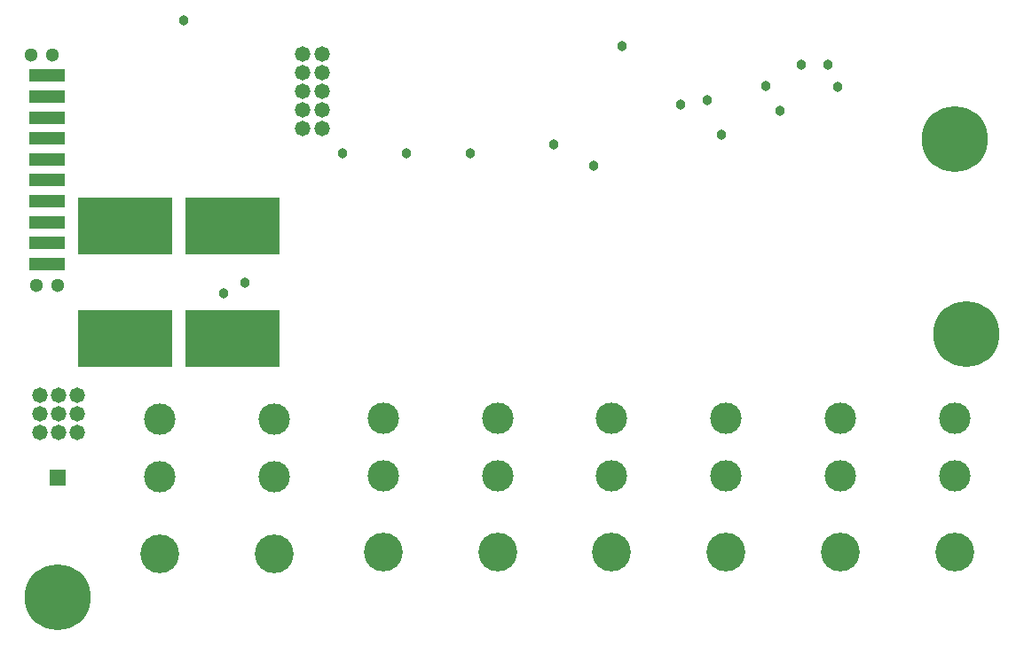
<source format=gbr>
%TF.GenerationSoftware,Altium Limited,Altium Designer,23.2.1 (34)*%
G04 Layer_Color=16711935*
%FSLAX45Y45*%
%MOMM*%
%TF.SameCoordinates,E9D2124A-86AF-48F7-823B-9A8D6BDBC947*%
%TF.FilePolarity,Negative*%
%TF.FileFunction,Soldermask,Bot*%
%TF.Part,Single*%
G01*
G75*
%TA.AperFunction,ComponentPad*%
%ADD32R,1.57000X1.57000*%
%ADD36C,1.30000*%
%TA.AperFunction,SMDPad,CuDef*%
%ADD40R,3.50000X1.30000*%
%TA.AperFunction,ComponentPad*%
%ADD56C,6.30320*%
%ADD57C,3.00320*%
%ADD58C,3.70320*%
%TA.AperFunction,ViaPad*%
%ADD59C,0.96520*%
%ADD60C,1.47320*%
%TA.AperFunction,SMDPad,CuDef*%
%ADD61R,8.95320X5.40320*%
D32*
X3291600Y4241800D02*
D03*
D36*
X3289300Y6083300D02*
D03*
X3089300D02*
D03*
X3239300Y8283300D02*
D03*
X3039300D02*
D03*
D40*
X3189300Y6283300D02*
D03*
Y6483300D02*
D03*
Y6683300D02*
D03*
Y6883300D02*
D03*
Y7083300D02*
D03*
Y7283300D02*
D03*
Y7483300D02*
D03*
Y7683300D02*
D03*
Y7883300D02*
D03*
Y8083300D02*
D03*
D56*
X11850700Y7476900D02*
D03*
X11965000Y5610000D02*
D03*
X3290900Y3095400D02*
D03*
D57*
X10756900Y4257028D02*
D03*
Y4807028D02*
D03*
X11849100Y4257028D02*
D03*
Y4807028D02*
D03*
X8572500Y4257028D02*
D03*
Y4807028D02*
D03*
X9664700Y4257028D02*
D03*
Y4807028D02*
D03*
X6400800Y4257028D02*
D03*
Y4807028D02*
D03*
X7493000Y4257028D02*
D03*
Y4807028D02*
D03*
X4267200Y4247900D02*
D03*
Y4797900D02*
D03*
X5359400Y4247900D02*
D03*
Y4797900D02*
D03*
D58*
X10756900Y3527028D02*
D03*
X11849100D02*
D03*
X8572500D02*
D03*
X9664700D02*
D03*
X6400800D02*
D03*
X7493000D02*
D03*
X4267200Y3517900D02*
D03*
X5359400D02*
D03*
D59*
X10388600Y8191500D02*
D03*
X5080000Y6108700D02*
D03*
X4876800Y6007100D02*
D03*
X4495800Y8610600D02*
D03*
X10045700Y7988300D02*
D03*
X9232900Y7810500D02*
D03*
X9486900Y7848600D02*
D03*
X10185400Y7747000D02*
D03*
X8407400Y7226300D02*
D03*
X6007100Y7340600D02*
D03*
X6616700D02*
D03*
X7226300D02*
D03*
X10642600Y8191500D02*
D03*
X9626600Y7518400D02*
D03*
X10731500Y7975600D02*
D03*
X8674100Y8369300D02*
D03*
X8026400Y7429500D02*
D03*
D60*
X3479800Y5029200D02*
D03*
X3302000D02*
D03*
X3124200D02*
D03*
Y4673600D02*
D03*
Y4851400D02*
D03*
X3302000D02*
D03*
Y4673600D02*
D03*
X3479800D02*
D03*
Y4851400D02*
D03*
X5626100Y7581900D02*
D03*
Y7759700D02*
D03*
Y7937500D02*
D03*
X5816600Y7759700D02*
D03*
Y7937500D02*
D03*
X5626100Y8293100D02*
D03*
Y8115300D02*
D03*
X5816600D02*
D03*
Y8293100D02*
D03*
Y7581900D02*
D03*
D61*
X4961947Y6650300D02*
D03*
Y5570300D02*
D03*
X3933247Y6650300D02*
D03*
Y5570300D02*
D03*
%TF.MD5,17acaf83d786e0e5b92a49b001b65b4e*%
M02*

</source>
